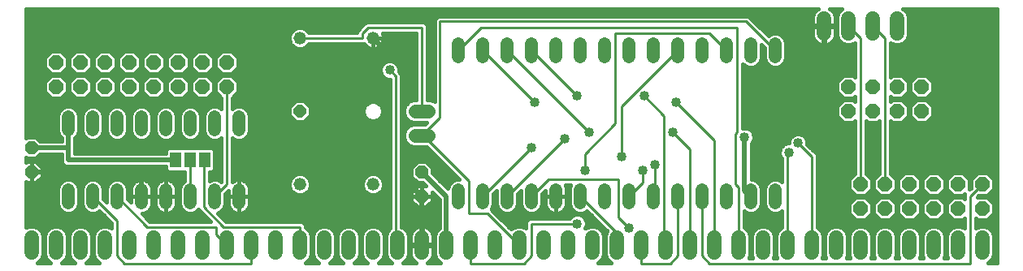
<source format=gbl>
G75*
%MOIN*%
%OFA0B0*%
%FSLAX24Y24*%
%IPPOS*%
%LPD*%
%AMOC8*
5,1,8,0,0,1.08239X$1,22.5*
%
%ADD10C,0.0600*%
%ADD11OC8,0.0600*%
%ADD12C,0.0520*%
%ADD13OC8,0.0520*%
%ADD14OC8,0.0515*%
%ADD15C,0.0520*%
%ADD16C,0.0560*%
%ADD17R,0.0460X0.0630*%
%ADD18C,0.0200*%
%ADD19C,0.0160*%
%ADD20C,0.0100*%
%ADD21C,0.0400*%
D10*
X000680Y000880D02*
X000680Y001480D01*
X001680Y001480D02*
X001680Y000880D01*
X002680Y000880D02*
X002680Y001480D01*
X003680Y001480D02*
X003680Y000880D01*
X004680Y000880D02*
X004680Y001480D01*
X005680Y001480D02*
X005680Y000880D01*
X006680Y000880D02*
X006680Y001480D01*
X007680Y001480D02*
X007680Y000880D01*
X008680Y000880D02*
X008680Y001480D01*
X009680Y001480D02*
X009680Y000880D01*
X010680Y000880D02*
X010680Y001480D01*
X011680Y001480D02*
X011680Y000880D01*
X012680Y000880D02*
X012680Y001480D01*
X013680Y001480D02*
X013680Y000880D01*
X014680Y000880D02*
X014680Y001480D01*
X015680Y001480D02*
X015680Y000880D01*
X016680Y000880D02*
X016680Y001480D01*
X017680Y001480D02*
X017680Y000880D01*
X018680Y000880D02*
X018680Y001480D01*
X019680Y001480D02*
X019680Y000880D01*
X020680Y000880D02*
X020680Y001480D01*
X021680Y001480D02*
X021680Y000880D01*
X022680Y000880D02*
X022680Y001480D01*
X023680Y001480D02*
X023680Y000880D01*
X024680Y000880D02*
X024680Y001480D01*
X025680Y001480D02*
X025680Y000880D01*
X026680Y000880D02*
X026680Y001480D01*
X027680Y001480D02*
X027680Y000880D01*
X028680Y000880D02*
X028680Y001480D01*
X029680Y001480D02*
X029680Y000880D01*
X030680Y000880D02*
X030680Y001480D01*
X031680Y001480D02*
X031680Y000880D01*
X032680Y000880D02*
X032680Y001480D01*
X033680Y001480D02*
X033680Y000880D01*
X034680Y000880D02*
X034680Y001480D01*
X035680Y001480D02*
X035680Y000880D01*
X036680Y000880D02*
X036680Y001480D01*
X037680Y001480D02*
X037680Y000880D01*
X038680Y000880D02*
X038680Y001480D01*
X039680Y001480D02*
X039680Y000880D01*
X036180Y009880D02*
X036180Y010480D01*
X035180Y010480D02*
X035180Y009880D01*
X034180Y009880D02*
X034180Y010480D01*
X033180Y010480D02*
X033180Y009880D01*
D11*
X034180Y007680D03*
X035180Y007680D03*
X036180Y007680D03*
X037180Y007680D03*
X037180Y006680D03*
X036180Y006680D03*
X035180Y006680D03*
X034180Y006680D03*
X034680Y003680D03*
X035680Y003680D03*
X036680Y003680D03*
X037680Y003680D03*
X038680Y003680D03*
X039680Y003680D03*
X039680Y002680D03*
X038680Y002680D03*
X037680Y002680D03*
X036680Y002680D03*
X035680Y002680D03*
X034680Y002680D03*
X008680Y007680D03*
X007680Y007680D03*
X006680Y007680D03*
X005680Y007680D03*
X004680Y007680D03*
X003680Y007680D03*
X002680Y007680D03*
X001680Y007680D03*
X001680Y008680D03*
X002680Y008680D03*
X003680Y008680D03*
X004680Y008680D03*
X005680Y008680D03*
X006680Y008680D03*
X007680Y008680D03*
X008680Y008680D03*
D12*
X011680Y009680D03*
X014680Y009680D03*
X014680Y003680D03*
X011680Y003680D03*
D13*
X016680Y003180D03*
X016680Y004180D03*
X000680Y004180D03*
X000680Y005180D03*
D14*
X011680Y006680D03*
D15*
X009180Y006440D02*
X009180Y005920D01*
X008180Y005920D02*
X008180Y006440D01*
X007180Y006440D02*
X007180Y005920D01*
X006180Y005920D02*
X006180Y006440D01*
X005180Y006440D02*
X005180Y005920D01*
X004180Y005920D02*
X004180Y006440D01*
X003180Y006440D02*
X003180Y005920D01*
X002180Y005920D02*
X002180Y006440D01*
X002180Y003440D02*
X002180Y002920D01*
X003180Y002920D02*
X003180Y003440D01*
X004180Y003440D02*
X004180Y002920D01*
X005180Y002920D02*
X005180Y003440D01*
X006180Y003440D02*
X006180Y002920D01*
X007180Y002920D02*
X007180Y003440D01*
X008180Y003440D02*
X008180Y002920D01*
X009180Y002920D02*
X009180Y003440D01*
X018180Y003440D02*
X018180Y002920D01*
X019180Y002920D02*
X019180Y003440D01*
X020180Y003440D02*
X020180Y002920D01*
X021180Y002920D02*
X021180Y003440D01*
X022180Y003440D02*
X022180Y002920D01*
X023180Y002920D02*
X023180Y003440D01*
X024180Y003440D02*
X024180Y002920D01*
X025180Y002920D02*
X025180Y003440D01*
X026180Y003440D02*
X026180Y002920D01*
X027180Y002920D02*
X027180Y003440D01*
X028180Y003440D02*
X028180Y002920D01*
X029180Y002920D02*
X029180Y003440D01*
X030180Y003440D02*
X030180Y002920D01*
X031180Y002920D02*
X031180Y003440D01*
X031180Y008920D02*
X031180Y009440D01*
X030180Y009440D02*
X030180Y008920D01*
X029180Y008920D02*
X029180Y009440D01*
X028180Y009440D02*
X028180Y008920D01*
X027180Y008920D02*
X027180Y009440D01*
X026180Y009440D02*
X026180Y008920D01*
X025180Y008920D02*
X025180Y009440D01*
X024180Y009440D02*
X024180Y008920D01*
X023180Y008920D02*
X023180Y009440D01*
X022180Y009440D02*
X022180Y008920D01*
X021180Y008920D02*
X021180Y009440D01*
X020180Y009440D02*
X020180Y008920D01*
X019180Y008920D02*
X019180Y009440D01*
X018180Y009440D02*
X018180Y008920D01*
D16*
X016960Y006680D02*
X016400Y006680D01*
X016400Y005680D02*
X016960Y005680D01*
D17*
X007780Y004680D03*
X007180Y004680D03*
X006580Y004680D03*
D18*
X002180Y004680D01*
X002180Y005180D01*
X000680Y005180D01*
X002180Y005180D02*
X002180Y006180D01*
X000680Y004180D02*
X005180Y004180D01*
X005180Y003180D01*
X015868Y003993D02*
X016680Y003180D01*
X016680Y001180D01*
X017680Y001180D02*
X017680Y003180D01*
X016680Y004180D01*
X015868Y003993D02*
X015868Y008493D01*
X014680Y009680D01*
X029930Y005618D02*
X029930Y003430D01*
X030180Y003180D01*
D19*
X000952Y000473D02*
X000920Y000460D01*
X001440Y000460D01*
X001408Y000473D01*
X001273Y000608D01*
X001200Y000785D01*
X001200Y001575D01*
X001273Y001752D01*
X001408Y001887D01*
X001585Y001960D01*
X001775Y001960D01*
X001952Y001887D01*
X002087Y001752D01*
X002160Y001575D01*
X002160Y000785D01*
X002087Y000608D01*
X001952Y000473D01*
X001920Y000460D01*
X002440Y000460D01*
X002408Y000473D01*
X002273Y000608D01*
X002200Y000785D01*
X002200Y001575D01*
X002273Y001752D01*
X002408Y001887D01*
X002585Y001960D01*
X002775Y001960D01*
X002952Y001887D01*
X003087Y001752D01*
X003160Y001575D01*
X003160Y000785D01*
X003087Y000608D01*
X002952Y000473D01*
X002920Y000460D01*
X003440Y000460D01*
X003408Y000473D01*
X003273Y000608D01*
X003200Y000785D01*
X003200Y001575D01*
X003273Y001752D01*
X003408Y001887D01*
X003585Y001960D01*
X003775Y001960D01*
X003950Y001888D01*
X003950Y002085D01*
X003458Y002576D01*
X003429Y002547D01*
X003268Y002480D01*
X003092Y002480D01*
X002931Y002547D01*
X002807Y002671D01*
X002740Y002832D01*
X002740Y003528D01*
X002807Y003689D01*
X002931Y003813D01*
X003092Y003880D01*
X003268Y003880D01*
X003429Y003813D01*
X003553Y003689D01*
X003620Y003528D01*
X003620Y003065D01*
X003740Y002945D01*
X003740Y003528D01*
X003807Y003689D01*
X003931Y003813D01*
X004092Y003880D01*
X004268Y003880D01*
X004429Y003813D01*
X004553Y003689D01*
X004620Y003528D01*
X004620Y003065D01*
X004740Y002945D01*
X004740Y003180D01*
X005180Y003180D01*
X005180Y003180D01*
X005180Y003880D01*
X005215Y003880D01*
X005283Y003869D01*
X005349Y003848D01*
X005411Y003816D01*
X005467Y003776D01*
X005516Y003727D01*
X005556Y003671D01*
X005588Y003609D01*
X005609Y003543D01*
X005620Y003475D01*
X005620Y003180D01*
X005180Y003180D01*
X005180Y003180D01*
X005180Y003180D01*
X005180Y003880D01*
X005145Y003880D01*
X005077Y003869D01*
X005011Y003848D01*
X004949Y003816D01*
X004893Y003776D01*
X004844Y003727D01*
X004804Y003671D01*
X004772Y003609D01*
X004751Y003543D01*
X004740Y003475D01*
X004740Y003180D01*
X005180Y003180D01*
X005620Y003180D01*
X005620Y002885D01*
X005609Y002817D01*
X005588Y002751D01*
X005556Y002689D01*
X005516Y002633D01*
X005467Y002584D01*
X005411Y002544D01*
X005349Y002512D01*
X005283Y002491D01*
X005215Y002480D01*
X005205Y002480D01*
X005525Y002160D01*
X008000Y002160D01*
X007521Y002639D01*
X007429Y002547D01*
X007268Y002480D01*
X007092Y002480D01*
X006931Y002547D01*
X006807Y002671D01*
X006740Y002832D01*
X006740Y003528D01*
X006807Y003689D01*
X006931Y003813D01*
X006950Y003821D01*
X006950Y004185D01*
X006275Y004185D01*
X006170Y004290D01*
X006170Y004400D01*
X002124Y004400D01*
X002021Y004443D01*
X001943Y004521D01*
X001900Y004624D01*
X001900Y004900D01*
X001022Y004900D01*
X000862Y004740D01*
X000498Y004740D01*
X000460Y004778D01*
X000460Y004582D01*
X000498Y004620D01*
X000680Y004620D01*
X000680Y004180D01*
X000680Y004180D01*
X001120Y004180D01*
X001120Y004362D01*
X000862Y004620D01*
X000680Y004620D01*
X000680Y004180D01*
X000680Y004180D01*
X001120Y004180D01*
X001120Y003998D01*
X000862Y003740D01*
X000680Y003740D01*
X000680Y004180D01*
X000680Y004180D01*
X000680Y003740D01*
X000498Y003740D01*
X000460Y003778D01*
X000460Y001908D01*
X000585Y001960D01*
X000775Y001960D01*
X000952Y001887D01*
X001087Y001752D01*
X001160Y001575D01*
X001160Y000785D01*
X001087Y000608D01*
X000952Y000473D01*
X000976Y000497D02*
X001384Y000497D01*
X001253Y000656D02*
X001107Y000656D01*
X001160Y000814D02*
X001200Y000814D01*
X001200Y000973D02*
X001160Y000973D01*
X001160Y001131D02*
X001200Y001131D01*
X001200Y001290D02*
X001160Y001290D01*
X001160Y001448D02*
X001200Y001448D01*
X001213Y001607D02*
X001147Y001607D01*
X001074Y001765D02*
X001286Y001765D01*
X001496Y001924D02*
X000864Y001924D01*
X000496Y001924D02*
X000460Y001924D01*
X000460Y002082D02*
X003950Y002082D01*
X003794Y002241D02*
X000460Y002241D01*
X000460Y002399D02*
X003636Y002399D01*
X003477Y002558D02*
X003440Y002558D01*
X002920Y002558D02*
X002440Y002558D01*
X002429Y002547D02*
X002553Y002671D01*
X002620Y002832D01*
X002620Y003528D01*
X002553Y003689D01*
X002429Y003813D01*
X002268Y003880D01*
X002092Y003880D01*
X001931Y003813D01*
X001807Y003689D01*
X001740Y003528D01*
X001740Y002832D01*
X001807Y002671D01*
X001931Y002547D01*
X002092Y002480D01*
X002268Y002480D01*
X002429Y002547D01*
X002572Y002716D02*
X002788Y002716D01*
X002740Y002875D02*
X002620Y002875D01*
X002620Y003033D02*
X002740Y003033D01*
X002740Y003192D02*
X002620Y003192D01*
X002620Y003350D02*
X002740Y003350D01*
X002740Y003509D02*
X002620Y003509D01*
X002562Y003667D02*
X002798Y003667D01*
X002961Y003826D02*
X002399Y003826D01*
X001961Y003826D02*
X000948Y003826D01*
X000680Y003826D02*
X000680Y003826D01*
X000460Y003667D02*
X001798Y003667D01*
X001740Y003509D02*
X000460Y003509D01*
X000460Y003350D02*
X001740Y003350D01*
X001740Y003192D02*
X000460Y003192D01*
X000460Y003033D02*
X001740Y003033D01*
X001740Y002875D02*
X000460Y002875D01*
X000460Y002716D02*
X001788Y002716D01*
X001920Y002558D02*
X000460Y002558D01*
X001864Y001924D02*
X002496Y001924D01*
X002286Y001765D02*
X002074Y001765D01*
X002147Y001607D02*
X002213Y001607D01*
X002200Y001448D02*
X002160Y001448D01*
X002160Y001290D02*
X002200Y001290D01*
X002200Y001131D02*
X002160Y001131D01*
X002160Y000973D02*
X002200Y000973D01*
X002200Y000814D02*
X002160Y000814D01*
X002107Y000656D02*
X002253Y000656D01*
X002384Y000497D02*
X001976Y000497D01*
X002976Y000497D02*
X003384Y000497D01*
X003253Y000656D02*
X003107Y000656D01*
X003160Y000814D02*
X003200Y000814D01*
X003200Y000973D02*
X003160Y000973D01*
X003160Y001131D02*
X003200Y001131D01*
X003200Y001290D02*
X003160Y001290D01*
X003160Y001448D02*
X003200Y001448D01*
X003213Y001607D02*
X003147Y001607D01*
X003074Y001765D02*
X003286Y001765D01*
X003496Y001924D02*
X002864Y001924D01*
X003864Y001924D02*
X003950Y001924D01*
X005445Y002241D02*
X007919Y002241D01*
X008570Y002241D02*
X015388Y002241D01*
X015388Y002082D02*
X011853Y002082D01*
X011910Y002025D02*
X011775Y002160D01*
X008650Y002160D01*
X008312Y002498D01*
X008429Y002547D01*
X008553Y002671D01*
X008620Y002832D01*
X008620Y003295D01*
X008740Y003415D01*
X008740Y003180D01*
X009180Y003180D01*
X009180Y003180D01*
X009180Y003880D01*
X009215Y003880D01*
X009283Y003869D01*
X009349Y003848D01*
X009411Y003816D01*
X009467Y003776D01*
X009516Y003727D01*
X009556Y003671D01*
X009588Y003609D01*
X009609Y003543D01*
X009620Y003475D01*
X009620Y003180D01*
X009180Y003180D01*
X009180Y003180D01*
X009180Y003880D01*
X009145Y003880D01*
X009077Y003869D01*
X009011Y003848D01*
X008949Y003816D01*
X008910Y003788D01*
X008910Y005568D01*
X008931Y005547D01*
X009092Y005480D01*
X009268Y005480D01*
X009429Y005547D01*
X009553Y005671D01*
X009620Y005832D01*
X009620Y006528D01*
X009553Y006689D01*
X009429Y006813D01*
X009268Y006880D01*
X009092Y006880D01*
X008931Y006813D01*
X008910Y006792D01*
X008910Y007231D01*
X009160Y007481D01*
X009160Y007879D01*
X008879Y008160D01*
X008481Y008160D01*
X008200Y007879D01*
X008200Y007481D01*
X008450Y007231D01*
X008450Y006792D01*
X008429Y006813D01*
X008268Y006880D01*
X008092Y006880D01*
X007931Y006813D01*
X007807Y006689D01*
X007740Y006528D01*
X007740Y005832D01*
X007807Y005671D01*
X007931Y005547D01*
X008092Y005480D01*
X008268Y005480D01*
X008429Y005547D01*
X008450Y005568D01*
X008450Y003792D01*
X008429Y003813D01*
X008268Y003880D01*
X008092Y003880D01*
X007972Y003830D01*
X007972Y004185D01*
X008085Y004185D01*
X008190Y004290D01*
X008190Y005070D01*
X008085Y005175D01*
X006275Y005175D01*
X006170Y005070D01*
X006170Y004960D01*
X002460Y004960D01*
X002460Y005578D01*
X002553Y005671D01*
X002620Y005832D01*
X002620Y006528D01*
X002553Y006689D01*
X002429Y006813D01*
X002268Y006880D01*
X002092Y006880D01*
X001931Y006813D01*
X001807Y006689D01*
X001740Y006528D01*
X001740Y005832D01*
X001807Y005671D01*
X001900Y005578D01*
X001900Y005460D01*
X001022Y005460D01*
X000862Y005620D01*
X000498Y005620D01*
X000460Y005582D01*
X000460Y010896D01*
X032939Y010896D01*
X032928Y010891D01*
X032867Y010846D01*
X032814Y010793D01*
X032769Y010732D01*
X032735Y010664D01*
X032712Y010592D01*
X032700Y010518D01*
X032700Y010200D01*
X033160Y010200D01*
X033160Y010160D01*
X033200Y010160D01*
X033200Y010200D01*
X033660Y010200D01*
X033660Y010518D01*
X033648Y010592D01*
X033625Y010664D01*
X033591Y010732D01*
X033546Y010793D01*
X033493Y010846D01*
X033432Y010891D01*
X033421Y010896D01*
X033930Y010896D01*
X033908Y010887D01*
X033773Y010752D01*
X033700Y010575D01*
X033700Y009785D01*
X033773Y009608D01*
X033908Y009473D01*
X034085Y009400D01*
X034275Y009400D01*
X034450Y009472D01*
X034450Y008089D01*
X034379Y008160D01*
X033981Y008160D01*
X033700Y007879D01*
X033700Y007481D01*
X033981Y007200D01*
X034379Y007200D01*
X034450Y007271D01*
X034450Y007089D01*
X034379Y007160D01*
X033981Y007160D01*
X033700Y006879D01*
X033700Y006481D01*
X033981Y006200D01*
X034379Y006200D01*
X034450Y006271D01*
X034450Y004129D01*
X034200Y003879D01*
X034200Y003481D01*
X034481Y003200D01*
X034879Y003200D01*
X035160Y003481D01*
X035160Y003879D01*
X034910Y004129D01*
X034910Y006271D01*
X034981Y006200D01*
X035379Y006200D01*
X035450Y006271D01*
X035450Y004129D01*
X035200Y003879D01*
X035200Y003481D01*
X035481Y003200D01*
X035879Y003200D01*
X036160Y003481D01*
X036160Y003879D01*
X035910Y004129D01*
X035910Y006271D01*
X035981Y006200D01*
X036379Y006200D01*
X036660Y006481D01*
X036660Y006879D01*
X036379Y007160D01*
X035981Y007160D01*
X035910Y007089D01*
X035910Y007271D01*
X035981Y007200D01*
X036379Y007200D01*
X036660Y007481D01*
X036660Y007879D01*
X036379Y008160D01*
X035981Y008160D01*
X035910Y008089D01*
X035910Y009472D01*
X036085Y009400D01*
X036275Y009400D01*
X036452Y009473D01*
X036587Y009608D01*
X036660Y009785D01*
X036660Y010575D01*
X036587Y010752D01*
X036452Y010887D01*
X036430Y010896D01*
X040270Y010896D01*
X040270Y000460D01*
X039920Y000460D01*
X039952Y000473D01*
X040087Y000608D01*
X040160Y000785D01*
X040160Y001575D01*
X040087Y001752D01*
X039952Y001887D01*
X039775Y001960D01*
X039585Y001960D01*
X039410Y001888D01*
X039410Y002271D01*
X039481Y002200D01*
X039879Y002200D01*
X040160Y002481D01*
X040160Y002879D01*
X039879Y003160D01*
X039485Y003160D01*
X039525Y003200D01*
X039879Y003200D01*
X040160Y003481D01*
X040160Y003879D01*
X039879Y004160D01*
X039481Y004160D01*
X039200Y003879D01*
X039200Y003525D01*
X039160Y003485D01*
X039160Y003879D01*
X038879Y004160D01*
X038481Y004160D01*
X038200Y003879D01*
X038200Y003481D01*
X038481Y003200D01*
X038879Y003200D01*
X038950Y003271D01*
X038950Y003089D01*
X038879Y003160D01*
X038481Y003160D01*
X038200Y002879D01*
X038200Y002481D01*
X038481Y002200D01*
X038879Y002200D01*
X038950Y002271D01*
X038950Y001888D01*
X038775Y001960D01*
X038585Y001960D01*
X038408Y001887D01*
X038273Y001752D01*
X038200Y001575D01*
X038200Y000785D01*
X038252Y000660D01*
X038108Y000660D01*
X038160Y000785D01*
X038160Y001575D01*
X038087Y001752D01*
X037952Y001887D01*
X037775Y001960D01*
X037585Y001960D01*
X037408Y001887D01*
X037273Y001752D01*
X037200Y001575D01*
X037200Y000785D01*
X037252Y000660D01*
X037108Y000660D01*
X037160Y000785D01*
X037160Y001575D01*
X037087Y001752D01*
X036952Y001887D01*
X036775Y001960D01*
X036585Y001960D01*
X036408Y001887D01*
X036273Y001752D01*
X036200Y001575D01*
X036200Y000785D01*
X036252Y000660D01*
X036108Y000660D01*
X036160Y000785D01*
X036160Y001575D01*
X036087Y001752D01*
X035952Y001887D01*
X035775Y001960D01*
X035585Y001960D01*
X035408Y001887D01*
X035273Y001752D01*
X035200Y001575D01*
X035200Y000785D01*
X035252Y000660D01*
X035108Y000660D01*
X035160Y000785D01*
X035160Y001575D01*
X035087Y001752D01*
X034952Y001887D01*
X034775Y001960D01*
X034585Y001960D01*
X034408Y001887D01*
X034273Y001752D01*
X034200Y001575D01*
X034200Y000785D01*
X034252Y000660D01*
X034108Y000660D01*
X034160Y000785D01*
X034160Y001575D01*
X034087Y001752D01*
X033952Y001887D01*
X033775Y001960D01*
X033585Y001960D01*
X033408Y001887D01*
X033273Y001752D01*
X033200Y001575D01*
X033200Y000785D01*
X033252Y000660D01*
X033108Y000660D01*
X033160Y000785D01*
X033160Y001575D01*
X033087Y001752D01*
X032952Y001887D01*
X032910Y001904D01*
X032910Y004900D01*
X032775Y005035D01*
X032497Y005313D01*
X032497Y005443D01*
X032440Y005583D01*
X032333Y005690D01*
X032193Y005747D01*
X032042Y005747D01*
X031902Y005690D01*
X031795Y005583D01*
X031738Y005443D01*
X031738Y005372D01*
X031667Y005372D01*
X031527Y005315D01*
X031420Y005208D01*
X031363Y005068D01*
X031363Y004917D01*
X031420Y004777D01*
X031450Y004748D01*
X031450Y003792D01*
X031429Y003813D01*
X031268Y003880D01*
X031092Y003880D01*
X030931Y003813D01*
X030807Y003689D01*
X030740Y003528D01*
X030740Y002832D01*
X030807Y002671D01*
X030931Y002547D01*
X031092Y002480D01*
X031268Y002480D01*
X031429Y002547D01*
X031450Y002568D01*
X031450Y001904D01*
X031408Y001887D01*
X031273Y001752D01*
X031200Y001575D01*
X031200Y000785D01*
X031252Y000660D01*
X031108Y000660D01*
X031160Y000785D01*
X031160Y001575D01*
X031087Y001752D01*
X030952Y001887D01*
X030775Y001960D01*
X030585Y001960D01*
X030408Y001887D01*
X030273Y001752D01*
X030200Y001575D01*
X030200Y000785D01*
X030252Y000660D01*
X030108Y000660D01*
X030160Y000785D01*
X030160Y001575D01*
X030087Y001752D01*
X029952Y001887D01*
X029910Y001904D01*
X029910Y002568D01*
X029931Y002547D01*
X030092Y002480D01*
X030268Y002480D01*
X030429Y002547D01*
X030553Y002671D01*
X030620Y002832D01*
X030620Y003528D01*
X030553Y003689D01*
X030429Y003813D01*
X030268Y003880D01*
X030210Y003880D01*
X030210Y005360D01*
X030252Y005402D01*
X030310Y005542D01*
X030310Y005693D01*
X030252Y005833D01*
X030145Y005940D01*
X030006Y005997D01*
X029854Y005997D01*
X029847Y005995D01*
X029847Y008630D01*
X029931Y008547D01*
X030092Y008480D01*
X030268Y008480D01*
X030429Y008547D01*
X030553Y008671D01*
X030620Y008832D01*
X030620Y009415D01*
X030740Y009295D01*
X030740Y008832D01*
X030807Y008671D01*
X030931Y008547D01*
X031092Y008480D01*
X031268Y008480D01*
X031429Y008547D01*
X031553Y008671D01*
X031620Y008832D01*
X031620Y009528D01*
X031553Y009689D01*
X031429Y009813D01*
X031268Y009880D01*
X031092Y009880D01*
X030931Y009813D01*
X030902Y009784D01*
X030222Y010463D01*
X030088Y010597D01*
X017335Y010597D01*
X017200Y010463D01*
X017200Y007078D01*
X017051Y007140D01*
X016910Y007140D01*
X016910Y010213D01*
X016775Y010347D01*
X014397Y010347D01*
X014263Y010213D01*
X014013Y009963D01*
X014013Y009910D01*
X012061Y009910D01*
X012053Y009929D01*
X011929Y010053D01*
X011768Y010120D01*
X011592Y010120D01*
X011431Y010053D01*
X011307Y009929D01*
X011240Y009768D01*
X011240Y009592D01*
X011307Y009431D01*
X011431Y009307D01*
X011592Y009240D01*
X011768Y009240D01*
X011929Y009307D01*
X012053Y009431D01*
X012061Y009450D01*
X014303Y009450D01*
X014304Y009449D01*
X014344Y009393D01*
X014393Y009344D01*
X014449Y009304D01*
X014511Y009272D01*
X014577Y009251D01*
X014645Y009240D01*
X014680Y009240D01*
X014715Y009240D01*
X014783Y009251D01*
X014849Y009272D01*
X014911Y009304D01*
X014967Y009344D01*
X015016Y009393D01*
X015056Y009449D01*
X015088Y009511D01*
X015109Y009577D01*
X015120Y009645D01*
X015120Y009680D01*
X015120Y009715D01*
X015109Y009783D01*
X015088Y009849D01*
X015068Y009888D01*
X016450Y009888D01*
X016450Y007140D01*
X016308Y007140D01*
X016139Y007070D01*
X016010Y006941D01*
X015940Y006771D01*
X015940Y006588D01*
X016010Y006419D01*
X016139Y006290D01*
X016308Y006220D01*
X016895Y006220D01*
X016815Y006140D01*
X016308Y006140D01*
X016139Y006070D01*
X016010Y005941D01*
X015940Y005771D01*
X015940Y005588D01*
X016010Y005419D01*
X016139Y005290D01*
X016308Y005220D01*
X016877Y005220D01*
X018217Y003880D01*
X018092Y003880D01*
X017931Y003813D01*
X017807Y003689D01*
X017740Y003528D01*
X017740Y003516D01*
X017120Y004136D01*
X017120Y004362D01*
X016862Y004620D01*
X016498Y004620D01*
X016240Y004362D01*
X016240Y003998D01*
X016498Y003740D01*
X016724Y003740D01*
X016844Y003620D01*
X016680Y003620D01*
X016680Y003180D01*
X017120Y003180D01*
X017120Y003344D01*
X017400Y003064D01*
X017400Y001879D01*
X017273Y001752D01*
X017200Y001575D01*
X017200Y000785D01*
X017273Y000608D01*
X017408Y000473D01*
X017440Y000460D01*
X016913Y000460D01*
X016932Y000469D01*
X016993Y000514D01*
X017046Y000567D01*
X017091Y000628D01*
X017125Y000696D01*
X017148Y000768D01*
X017160Y000842D01*
X017160Y001160D01*
X016700Y001160D01*
X016700Y001200D01*
X016660Y001200D01*
X016660Y001960D01*
X016642Y001960D01*
X016568Y001948D01*
X016496Y001925D01*
X016428Y001891D01*
X016367Y001846D01*
X016314Y001793D01*
X016269Y001732D01*
X016235Y001664D01*
X016212Y001592D01*
X016200Y001518D01*
X016200Y001200D01*
X016660Y001200D01*
X016660Y001160D01*
X016200Y001160D01*
X016200Y000842D01*
X016212Y000768D01*
X016235Y000696D01*
X016269Y000628D01*
X016314Y000567D01*
X016367Y000514D01*
X016428Y000469D01*
X016447Y000460D01*
X015920Y000460D01*
X015952Y000473D01*
X016087Y000608D01*
X016160Y000785D01*
X016160Y001575D01*
X016087Y001752D01*
X015952Y001887D01*
X015847Y001930D01*
X015847Y008213D01*
X015747Y008313D01*
X015747Y008443D01*
X015690Y008583D01*
X015583Y008690D01*
X015443Y008747D01*
X015292Y008747D01*
X015152Y008690D01*
X015045Y008583D01*
X014988Y008443D01*
X014988Y008292D01*
X015045Y008152D01*
X015152Y008045D01*
X015292Y007988D01*
X015388Y007988D01*
X015388Y001866D01*
X015273Y001752D01*
X015200Y001575D01*
X015200Y000785D01*
X015273Y000608D01*
X015408Y000473D01*
X015440Y000460D01*
X014920Y000460D01*
X014952Y000473D01*
X015087Y000608D01*
X015160Y000785D01*
X015160Y001575D01*
X015087Y001752D01*
X014952Y001887D01*
X014775Y001960D01*
X014585Y001960D01*
X014408Y001887D01*
X014273Y001752D01*
X014200Y001575D01*
X014200Y000785D01*
X014273Y000608D01*
X014408Y000473D01*
X014440Y000460D01*
X013920Y000460D01*
X013952Y000473D01*
X014087Y000608D01*
X014160Y000785D01*
X014160Y001575D01*
X014087Y001752D01*
X013952Y001887D01*
X013775Y001960D01*
X013585Y001960D01*
X013408Y001887D01*
X013273Y001752D01*
X013200Y001575D01*
X013200Y000785D01*
X013273Y000608D01*
X013408Y000473D01*
X013440Y000460D01*
X012920Y000460D01*
X012952Y000473D01*
X013087Y000608D01*
X013160Y000785D01*
X013160Y001575D01*
X013087Y001752D01*
X012952Y001887D01*
X012775Y001960D01*
X012585Y001960D01*
X012408Y001887D01*
X012273Y001752D01*
X012200Y001575D01*
X012200Y000785D01*
X012273Y000608D01*
X012408Y000473D01*
X012440Y000460D01*
X011920Y000460D01*
X011952Y000473D01*
X012087Y000608D01*
X012160Y000785D01*
X012160Y001575D01*
X012087Y001752D01*
X011952Y001887D01*
X011910Y001904D01*
X011910Y002025D01*
X011910Y001924D02*
X012496Y001924D01*
X012286Y001765D02*
X012074Y001765D01*
X012147Y001607D02*
X012213Y001607D01*
X012200Y001448D02*
X012160Y001448D01*
X012160Y001290D02*
X012200Y001290D01*
X012200Y001131D02*
X012160Y001131D01*
X012160Y000973D02*
X012200Y000973D01*
X012200Y000814D02*
X012160Y000814D01*
X012107Y000656D02*
X012253Y000656D01*
X012384Y000497D02*
X011976Y000497D01*
X012976Y000497D02*
X013384Y000497D01*
X013253Y000656D02*
X013107Y000656D01*
X013160Y000814D02*
X013200Y000814D01*
X013200Y000973D02*
X013160Y000973D01*
X013160Y001131D02*
X013200Y001131D01*
X013200Y001290D02*
X013160Y001290D01*
X013160Y001448D02*
X013200Y001448D01*
X013213Y001607D02*
X013147Y001607D01*
X013074Y001765D02*
X013286Y001765D01*
X013496Y001924D02*
X012864Y001924D01*
X013864Y001924D02*
X014496Y001924D01*
X014286Y001765D02*
X014074Y001765D01*
X014147Y001607D02*
X014213Y001607D01*
X014200Y001448D02*
X014160Y001448D01*
X014160Y001290D02*
X014200Y001290D01*
X014200Y001131D02*
X014160Y001131D01*
X014160Y000973D02*
X014200Y000973D01*
X014200Y000814D02*
X014160Y000814D01*
X014107Y000656D02*
X014253Y000656D01*
X014384Y000497D02*
X013976Y000497D01*
X014976Y000497D02*
X015384Y000497D01*
X015253Y000656D02*
X015107Y000656D01*
X015160Y000814D02*
X015200Y000814D01*
X015200Y000973D02*
X015160Y000973D01*
X015160Y001131D02*
X015200Y001131D01*
X015200Y001290D02*
X015160Y001290D01*
X015160Y001448D02*
X015200Y001448D01*
X015213Y001607D02*
X015147Y001607D01*
X015074Y001765D02*
X015286Y001765D01*
X015388Y001924D02*
X014864Y001924D01*
X015847Y002082D02*
X017400Y002082D01*
X017400Y002241D02*
X015847Y002241D01*
X015847Y002399D02*
X017400Y002399D01*
X017400Y002558D02*
X015847Y002558D01*
X015847Y002716D02*
X017400Y002716D01*
X017120Y002998D02*
X016862Y002740D01*
X016680Y002740D01*
X016680Y003180D01*
X016680Y003180D01*
X016680Y003180D01*
X017120Y003180D01*
X017120Y002998D01*
X017120Y003033D02*
X017400Y003033D01*
X017400Y002875D02*
X016997Y002875D01*
X016680Y002875D02*
X016680Y002875D01*
X016680Y002740D02*
X016680Y003180D01*
X016680Y003180D01*
X016680Y003180D01*
X016240Y003180D01*
X016240Y003362D01*
X016498Y003620D01*
X016680Y003620D01*
X016680Y003180D01*
X016240Y003180D01*
X016240Y002998D01*
X016498Y002740D01*
X016680Y002740D01*
X016363Y002875D02*
X015847Y002875D01*
X015847Y003033D02*
X016240Y003033D01*
X016680Y003033D02*
X016680Y003033D01*
X016680Y003192D02*
X016680Y003192D01*
X016680Y003350D02*
X016680Y003350D01*
X016680Y003509D02*
X016680Y003509D01*
X016386Y003509D02*
X015847Y003509D01*
X015847Y003350D02*
X016240Y003350D01*
X016240Y003192D02*
X015847Y003192D01*
X015388Y003192D02*
X009620Y003192D01*
X009620Y003180D02*
X009180Y003180D01*
X009180Y002480D01*
X009215Y002480D01*
X009283Y002491D01*
X009349Y002512D01*
X009411Y002544D01*
X009467Y002584D01*
X009516Y002633D01*
X009556Y002689D01*
X009588Y002751D01*
X009609Y002817D01*
X009620Y002885D01*
X009620Y003180D01*
X009620Y003033D02*
X015388Y003033D01*
X015388Y002875D02*
X009618Y002875D01*
X009180Y002875D02*
X009180Y002875D01*
X009180Y003033D02*
X009180Y003033D01*
X009180Y003180D02*
X009180Y003180D01*
X009180Y003180D01*
X009180Y002480D01*
X009145Y002480D01*
X009077Y002491D01*
X009011Y002512D01*
X008949Y002544D01*
X008893Y002584D01*
X008844Y002633D01*
X008804Y002689D01*
X008772Y002751D01*
X008751Y002817D01*
X008740Y002885D01*
X008740Y003180D01*
X009180Y003180D01*
X009180Y003192D02*
X009180Y003192D01*
X009180Y003350D02*
X009180Y003350D01*
X009180Y003509D02*
X009180Y003509D01*
X009615Y003509D02*
X011275Y003509D01*
X011307Y003431D02*
X011431Y003307D01*
X011592Y003240D01*
X011768Y003240D01*
X011929Y003307D01*
X012053Y003431D01*
X012120Y003592D01*
X012120Y003768D01*
X012053Y003929D01*
X011929Y004053D01*
X011768Y004120D01*
X011592Y004120D01*
X011431Y004053D01*
X011307Y003929D01*
X011240Y003768D01*
X011240Y003592D01*
X011307Y003431D01*
X011388Y003350D02*
X009620Y003350D01*
X008740Y003350D02*
X008675Y003350D01*
X008620Y003192D02*
X008740Y003192D01*
X008740Y003033D02*
X008620Y003033D01*
X008620Y002875D02*
X008742Y002875D01*
X008790Y002716D02*
X008572Y002716D01*
X008440Y002558D02*
X008930Y002558D01*
X009180Y002558D02*
X009180Y002558D01*
X009180Y002716D02*
X009180Y002716D01*
X009430Y002558D02*
X015388Y002558D01*
X015388Y002716D02*
X009570Y002716D01*
X008411Y002399D02*
X015388Y002399D01*
X016700Y001960D02*
X016700Y001200D01*
X017160Y001200D01*
X017160Y001518D01*
X017148Y001592D01*
X017125Y001664D01*
X017091Y001732D01*
X017046Y001793D01*
X016993Y001846D01*
X016932Y001891D01*
X016864Y001925D01*
X016792Y001948D01*
X016718Y001960D01*
X016700Y001960D01*
X016700Y001924D02*
X016660Y001924D01*
X016660Y001765D02*
X016700Y001765D01*
X016700Y001607D02*
X016660Y001607D01*
X016294Y001765D02*
X016074Y001765D01*
X016147Y001607D02*
X016216Y001607D01*
X016200Y001448D02*
X016160Y001448D01*
X016160Y001290D02*
X016200Y001290D01*
X016660Y001290D02*
X016700Y001290D01*
X016700Y001448D02*
X016660Y001448D01*
X017160Y001448D02*
X017200Y001448D01*
X017200Y001290D02*
X017160Y001290D01*
X017160Y001131D02*
X017200Y001131D01*
X017200Y000973D02*
X017160Y000973D01*
X017156Y000814D02*
X017200Y000814D01*
X017253Y000656D02*
X017104Y000656D01*
X016969Y000497D02*
X017384Y000497D01*
X016391Y000497D02*
X015976Y000497D01*
X016107Y000656D02*
X016256Y000656D01*
X016204Y000814D02*
X016160Y000814D01*
X016160Y000973D02*
X016200Y000973D01*
X016200Y001131D02*
X016160Y001131D01*
X017144Y001607D02*
X017213Y001607D01*
X017286Y001765D02*
X017066Y001765D01*
X016867Y001924D02*
X017400Y001924D01*
X016493Y001924D02*
X015864Y001924D01*
X019534Y002652D02*
X019597Y002588D01*
X020353Y001832D01*
X020408Y001887D01*
X020585Y001960D01*
X020775Y001960D01*
X020950Y001888D01*
X020950Y002150D01*
X021085Y002285D01*
X022748Y002285D01*
X022840Y002377D01*
X022979Y002435D01*
X023131Y002435D01*
X023270Y002377D01*
X023377Y002270D01*
X023435Y002131D01*
X023435Y001979D01*
X023389Y001867D01*
X023408Y001887D01*
X023585Y001960D01*
X023775Y001960D01*
X023952Y001887D01*
X024087Y001752D01*
X024160Y001575D01*
X024160Y000785D01*
X024087Y000608D01*
X023952Y000473D01*
X023920Y000460D01*
X024440Y000460D01*
X024408Y000473D01*
X024273Y000608D01*
X024200Y000785D01*
X024200Y001575D01*
X024273Y001752D01*
X024278Y001757D01*
X023458Y002576D01*
X023429Y002547D01*
X023268Y002480D01*
X023092Y002480D01*
X022931Y002547D01*
X022807Y002671D01*
X022740Y002832D01*
X022740Y003528D01*
X022786Y003638D01*
X022573Y003638D01*
X022588Y003609D01*
X022609Y003543D01*
X022620Y003475D01*
X022620Y003180D01*
X022180Y003180D01*
X022180Y003180D01*
X022620Y003180D01*
X022620Y002885D01*
X022609Y002817D01*
X022588Y002751D01*
X022556Y002689D01*
X022516Y002633D01*
X022467Y002584D01*
X022411Y002544D01*
X022349Y002512D01*
X022283Y002491D01*
X022215Y002480D01*
X022180Y002480D01*
X022180Y003180D01*
X022180Y003180D01*
X022180Y003180D01*
X021740Y003180D01*
X021740Y003415D01*
X021620Y003295D01*
X021620Y002832D01*
X021553Y002671D01*
X021429Y002547D01*
X021268Y002480D01*
X021092Y002480D01*
X020931Y002547D01*
X020807Y002671D01*
X020740Y002832D01*
X020740Y003415D01*
X020620Y003295D01*
X020620Y002832D01*
X020553Y002671D01*
X020429Y002547D01*
X020268Y002480D01*
X020092Y002480D01*
X019931Y002547D01*
X019807Y002671D01*
X019740Y002832D01*
X019740Y003415D01*
X019620Y003295D01*
X019620Y002832D01*
X019553Y002671D01*
X019534Y002652D01*
X019572Y002716D02*
X019788Y002716D01*
X019920Y002558D02*
X019628Y002558D01*
X019786Y002399D02*
X022893Y002399D01*
X022920Y002558D02*
X022430Y002558D01*
X022570Y002716D02*
X022788Y002716D01*
X022180Y002716D02*
X022180Y002716D01*
X022180Y002558D02*
X022180Y002558D01*
X022180Y002480D02*
X022180Y003180D01*
X021740Y003180D01*
X021740Y002885D01*
X021751Y002817D01*
X021772Y002751D01*
X021804Y002689D01*
X021844Y002633D01*
X021893Y002584D01*
X021949Y002544D01*
X022011Y002512D01*
X022077Y002491D01*
X022145Y002480D01*
X022180Y002480D01*
X021930Y002558D02*
X021440Y002558D01*
X021572Y002716D02*
X021790Y002716D01*
X021742Y002875D02*
X021620Y002875D01*
X021620Y003033D02*
X021740Y003033D01*
X022180Y003033D02*
X022180Y003033D01*
X022180Y002875D02*
X022180Y002875D01*
X022618Y002875D02*
X022740Y002875D01*
X022740Y003033D02*
X022620Y003033D01*
X022620Y003192D02*
X022740Y003192D01*
X022740Y003350D02*
X022620Y003350D01*
X022615Y003509D02*
X022740Y003509D01*
X021740Y003350D02*
X021675Y003350D01*
X021620Y003192D02*
X021740Y003192D01*
X020740Y003192D02*
X020620Y003192D01*
X020675Y003350D02*
X020740Y003350D01*
X019740Y003350D02*
X019675Y003350D01*
X019620Y003192D02*
X019740Y003192D01*
X019740Y003033D02*
X019620Y003033D01*
X019620Y002875D02*
X019740Y002875D01*
X020572Y002716D02*
X020788Y002716D01*
X020920Y002558D02*
X020440Y002558D01*
X020620Y002875D02*
X020740Y002875D01*
X020740Y003033D02*
X020620Y003033D01*
X023217Y002399D02*
X023636Y002399D01*
X023477Y002558D02*
X023440Y002558D01*
X023389Y002241D02*
X023794Y002241D01*
X023953Y002082D02*
X023435Y002082D01*
X023412Y001924D02*
X023496Y001924D01*
X023864Y001924D02*
X024111Y001924D01*
X024074Y001765D02*
X024270Y001765D01*
X024213Y001607D02*
X024147Y001607D01*
X024160Y001448D02*
X024200Y001448D01*
X024200Y001290D02*
X024160Y001290D01*
X024160Y001131D02*
X024200Y001131D01*
X024200Y000973D02*
X024160Y000973D01*
X024160Y000814D02*
X024200Y000814D01*
X024253Y000656D02*
X024107Y000656D01*
X023976Y000497D02*
X024384Y000497D01*
X020950Y001924D02*
X020864Y001924D01*
X020496Y001924D02*
X020262Y001924D01*
X020103Y002082D02*
X020950Y002082D01*
X021040Y002241D02*
X019945Y002241D01*
X017273Y003192D02*
X017120Y003192D01*
X016797Y003667D02*
X015847Y003667D01*
X015847Y003826D02*
X016412Y003826D01*
X016254Y003984D02*
X015847Y003984D01*
X015847Y004143D02*
X016240Y004143D01*
X016240Y004301D02*
X015847Y004301D01*
X015388Y004301D02*
X008910Y004301D01*
X008910Y004143D02*
X015388Y004143D01*
X015388Y003984D02*
X014998Y003984D01*
X015053Y003929D02*
X014929Y004053D01*
X014768Y004120D01*
X014592Y004120D01*
X014431Y004053D01*
X014307Y003929D01*
X014240Y003768D01*
X014240Y003592D01*
X014307Y003431D01*
X014431Y003307D01*
X014592Y003240D01*
X014768Y003240D01*
X014929Y003307D01*
X015053Y003431D01*
X015120Y003592D01*
X015120Y003768D01*
X015053Y003929D01*
X015096Y003826D02*
X015388Y003826D01*
X015388Y003667D02*
X015120Y003667D01*
X015085Y003509D02*
X015388Y003509D01*
X015388Y003350D02*
X014972Y003350D01*
X014388Y003350D02*
X011972Y003350D01*
X012085Y003509D02*
X014275Y003509D01*
X014240Y003667D02*
X012120Y003667D01*
X012096Y003826D02*
X014264Y003826D01*
X014362Y003984D02*
X011998Y003984D01*
X011362Y003984D02*
X008910Y003984D01*
X008450Y003984D02*
X007972Y003984D01*
X007972Y004143D02*
X008450Y004143D01*
X008450Y004301D02*
X008190Y004301D01*
X008190Y004460D02*
X008450Y004460D01*
X008450Y004618D02*
X008190Y004618D01*
X008910Y004618D02*
X015388Y004618D01*
X015388Y004460D02*
X008910Y004460D01*
X008910Y004777D02*
X015388Y004777D01*
X015388Y004935D02*
X008910Y004935D01*
X008910Y005094D02*
X015388Y005094D01*
X015847Y005094D02*
X017004Y005094D01*
X017162Y004935D02*
X015847Y004935D01*
X015847Y004777D02*
X017321Y004777D01*
X017479Y004618D02*
X016864Y004618D01*
X017023Y004460D02*
X017638Y004460D01*
X017796Y004301D02*
X017120Y004301D01*
X017120Y004143D02*
X017955Y004143D01*
X018113Y003984D02*
X017272Y003984D01*
X017430Y003826D02*
X017961Y003826D01*
X017798Y003667D02*
X017589Y003667D01*
X016337Y004460D02*
X015847Y004460D01*
X015847Y004618D02*
X016496Y004618D01*
X016231Y005252D02*
X015847Y005252D01*
X015847Y005411D02*
X016019Y005411D01*
X015948Y005569D02*
X015847Y005569D01*
X015847Y005728D02*
X015940Y005728D01*
X015987Y005886D02*
X015847Y005886D01*
X015388Y005886D02*
X009620Y005886D01*
X009577Y005728D02*
X015388Y005728D01*
X015388Y005569D02*
X009451Y005569D01*
X008910Y005411D02*
X015388Y005411D01*
X015388Y005252D02*
X008910Y005252D01*
X008450Y005252D02*
X002460Y005252D01*
X002460Y005411D02*
X008450Y005411D01*
X007909Y005569D02*
X007451Y005569D01*
X007429Y005547D02*
X007553Y005671D01*
X007620Y005832D01*
X007620Y006528D01*
X007553Y006689D01*
X007429Y006813D01*
X007268Y006880D01*
X007092Y006880D01*
X006931Y006813D01*
X006807Y006689D01*
X006740Y006528D01*
X006740Y005832D01*
X006807Y005671D01*
X006931Y005547D01*
X007092Y005480D01*
X007268Y005480D01*
X007429Y005547D01*
X007577Y005728D02*
X007783Y005728D01*
X007740Y005886D02*
X007620Y005886D01*
X007620Y006045D02*
X007740Y006045D01*
X007740Y006203D02*
X007620Y006203D01*
X007620Y006362D02*
X007740Y006362D01*
X007740Y006520D02*
X007620Y006520D01*
X007557Y006679D02*
X007803Y006679D01*
X007989Y006837D02*
X007371Y006837D01*
X006989Y006837D02*
X006371Y006837D01*
X006429Y006813D02*
X006268Y006880D01*
X006092Y006880D01*
X005931Y006813D01*
X005807Y006689D01*
X005740Y006528D01*
X005740Y005832D01*
X005807Y005671D01*
X005931Y005547D01*
X006092Y005480D01*
X006268Y005480D01*
X006429Y005547D01*
X006553Y005671D01*
X006620Y005832D01*
X006620Y006528D01*
X006553Y006689D01*
X006429Y006813D01*
X006557Y006679D02*
X006803Y006679D01*
X006740Y006520D02*
X006620Y006520D01*
X006620Y006362D02*
X006740Y006362D01*
X006740Y006203D02*
X006620Y006203D01*
X006620Y006045D02*
X006740Y006045D01*
X006740Y005886D02*
X006620Y005886D01*
X006577Y005728D02*
X006783Y005728D01*
X006909Y005569D02*
X006451Y005569D01*
X005909Y005569D02*
X005451Y005569D01*
X005429Y005547D02*
X005553Y005671D01*
X005620Y005832D01*
X005620Y006528D01*
X005553Y006689D01*
X005429Y006813D01*
X005268Y006880D01*
X005092Y006880D01*
X004931Y006813D01*
X004807Y006689D01*
X004740Y006528D01*
X004740Y005832D01*
X004807Y005671D01*
X004931Y005547D01*
X005092Y005480D01*
X005268Y005480D01*
X005429Y005547D01*
X004909Y005569D02*
X004451Y005569D01*
X004429Y005547D02*
X004553Y005671D01*
X004620Y005832D01*
X004620Y006528D01*
X004553Y006689D01*
X004429Y006813D01*
X004268Y006880D01*
X004092Y006880D01*
X003931Y006813D01*
X003807Y006689D01*
X003740Y006528D01*
X003740Y005832D01*
X003807Y005671D01*
X003931Y005547D01*
X004092Y005480D01*
X004268Y005480D01*
X004429Y005547D01*
X003909Y005569D02*
X003451Y005569D01*
X003429Y005547D02*
X003553Y005671D01*
X003620Y005832D01*
X003620Y006528D01*
X003553Y006689D01*
X003429Y006813D01*
X003268Y006880D01*
X003092Y006880D01*
X002931Y006813D01*
X002807Y006689D01*
X002740Y006528D01*
X002740Y005832D01*
X002807Y005671D01*
X002931Y005547D01*
X003092Y005480D01*
X003268Y005480D01*
X003429Y005547D01*
X002909Y005569D02*
X002460Y005569D01*
X002577Y005728D02*
X002783Y005728D01*
X002740Y005886D02*
X002620Y005886D01*
X002620Y006045D02*
X002740Y006045D01*
X002740Y006203D02*
X002620Y006203D01*
X002620Y006362D02*
X002740Y006362D01*
X002740Y006520D02*
X002620Y006520D01*
X002557Y006679D02*
X002803Y006679D01*
X002989Y006837D02*
X002371Y006837D01*
X001989Y006837D02*
X000460Y006837D01*
X000460Y006996D02*
X008450Y006996D01*
X008450Y007154D02*
X000460Y007154D01*
X000460Y007313D02*
X001369Y007313D01*
X001481Y007200D02*
X001200Y007481D01*
X001200Y007879D01*
X001481Y008160D01*
X001879Y008160D01*
X002160Y007879D01*
X002160Y007481D01*
X001879Y007200D01*
X001481Y007200D01*
X001991Y007313D02*
X002369Y007313D01*
X002481Y007200D02*
X002200Y007481D01*
X002200Y007879D01*
X002481Y008160D01*
X002879Y008160D01*
X003160Y007879D01*
X003160Y007481D01*
X002879Y007200D01*
X002481Y007200D01*
X002991Y007313D02*
X003369Y007313D01*
X003481Y007200D02*
X003200Y007481D01*
X003200Y007879D01*
X003481Y008160D01*
X003879Y008160D01*
X004160Y007879D01*
X004160Y007481D01*
X003879Y007200D01*
X003481Y007200D01*
X003991Y007313D02*
X004369Y007313D01*
X004481Y007200D02*
X004879Y007200D01*
X005160Y007481D01*
X005160Y007879D01*
X004879Y008160D01*
X004481Y008160D01*
X004200Y007879D01*
X004200Y007481D01*
X004481Y007200D01*
X004210Y007471D02*
X004150Y007471D01*
X004160Y007630D02*
X004200Y007630D01*
X004200Y007788D02*
X004160Y007788D01*
X004092Y007947D02*
X004268Y007947D01*
X004426Y008105D02*
X003934Y008105D01*
X003879Y008200D02*
X003481Y008200D01*
X003200Y008481D01*
X003200Y008879D01*
X003481Y009160D01*
X003879Y009160D01*
X004160Y008879D01*
X004160Y008481D01*
X003879Y008200D01*
X003942Y008264D02*
X004418Y008264D01*
X004481Y008200D02*
X004879Y008200D01*
X005160Y008481D01*
X005160Y008879D01*
X004879Y009160D01*
X004481Y009160D01*
X004200Y008879D01*
X004200Y008481D01*
X004481Y008200D01*
X004259Y008422D02*
X004101Y008422D01*
X004160Y008581D02*
X004200Y008581D01*
X004200Y008739D02*
X004160Y008739D01*
X004141Y008898D02*
X004219Y008898D01*
X004377Y009056D02*
X003983Y009056D01*
X003377Y009056D02*
X002983Y009056D01*
X002879Y009160D02*
X002481Y009160D01*
X002200Y008879D01*
X002200Y008481D01*
X002481Y008200D01*
X002879Y008200D01*
X003160Y008481D01*
X003160Y008879D01*
X002879Y009160D01*
X003141Y008898D02*
X003219Y008898D01*
X003200Y008739D02*
X003160Y008739D01*
X003160Y008581D02*
X003200Y008581D01*
X003259Y008422D02*
X003101Y008422D01*
X002942Y008264D02*
X003418Y008264D01*
X003426Y008105D02*
X002934Y008105D01*
X003092Y007947D02*
X003268Y007947D01*
X003200Y007788D02*
X003160Y007788D01*
X003160Y007630D02*
X003200Y007630D01*
X003210Y007471D02*
X003150Y007471D01*
X002210Y007471D02*
X002150Y007471D01*
X002160Y007630D02*
X002200Y007630D01*
X002200Y007788D02*
X002160Y007788D01*
X002092Y007947D02*
X002268Y007947D01*
X002426Y008105D02*
X001934Y008105D01*
X001879Y008200D02*
X001481Y008200D01*
X001200Y008481D01*
X001200Y008879D01*
X001481Y009160D01*
X001879Y009160D01*
X002160Y008879D01*
X002160Y008481D01*
X001879Y008200D01*
X001942Y008264D02*
X002418Y008264D01*
X002259Y008422D02*
X002101Y008422D01*
X002160Y008581D02*
X002200Y008581D01*
X002200Y008739D02*
X002160Y008739D01*
X002141Y008898D02*
X002219Y008898D01*
X002377Y009056D02*
X001983Y009056D01*
X001377Y009056D02*
X000460Y009056D01*
X000460Y008898D02*
X001219Y008898D01*
X001200Y008739D02*
X000460Y008739D01*
X000460Y008581D02*
X001200Y008581D01*
X001259Y008422D02*
X000460Y008422D01*
X000460Y008264D02*
X001418Y008264D01*
X001426Y008105D02*
X000460Y008105D01*
X000460Y007947D02*
X001268Y007947D01*
X001200Y007788D02*
X000460Y007788D01*
X000460Y007630D02*
X001200Y007630D01*
X001210Y007471D02*
X000460Y007471D01*
X000460Y006679D02*
X001803Y006679D01*
X001740Y006520D02*
X000460Y006520D01*
X000460Y006362D02*
X001740Y006362D01*
X001740Y006203D02*
X000460Y006203D01*
X000460Y006045D02*
X001740Y006045D01*
X001740Y005886D02*
X000460Y005886D01*
X000460Y005728D02*
X001783Y005728D01*
X001900Y005569D02*
X000913Y005569D01*
X002460Y005094D02*
X006194Y005094D01*
X008166Y005094D02*
X008450Y005094D01*
X008450Y004935D02*
X008190Y004935D01*
X008190Y004777D02*
X008450Y004777D01*
X006170Y004301D02*
X001120Y004301D01*
X001120Y004143D02*
X006950Y004143D01*
X006950Y003984D02*
X001106Y003984D01*
X000680Y003984D02*
X000680Y003984D01*
X000680Y004143D02*
X000680Y004143D01*
X000680Y004301D02*
X000680Y004301D01*
X000680Y004460D02*
X000680Y004460D01*
X000680Y004618D02*
X000680Y004618D01*
X000496Y004618D02*
X000460Y004618D01*
X000864Y004618D02*
X001903Y004618D01*
X002005Y004460D02*
X001023Y004460D01*
X000899Y004777D02*
X001900Y004777D01*
X000461Y004777D02*
X000460Y004777D01*
X003577Y005728D02*
X003783Y005728D01*
X003740Y005886D02*
X003620Y005886D01*
X003620Y006045D02*
X003740Y006045D01*
X003740Y006203D02*
X003620Y006203D01*
X003620Y006362D02*
X003740Y006362D01*
X003740Y006520D02*
X003620Y006520D01*
X003557Y006679D02*
X003803Y006679D01*
X003989Y006837D02*
X003371Y006837D01*
X004371Y006837D02*
X004989Y006837D01*
X005371Y006837D02*
X005989Y006837D01*
X005803Y006679D02*
X005557Y006679D01*
X005620Y006520D02*
X005740Y006520D01*
X005740Y006362D02*
X005620Y006362D01*
X005620Y006203D02*
X005740Y006203D01*
X005740Y006045D02*
X005620Y006045D01*
X005620Y005886D02*
X005740Y005886D01*
X005783Y005728D02*
X005577Y005728D01*
X004783Y005728D02*
X004577Y005728D01*
X004620Y005886D02*
X004740Y005886D01*
X004740Y006045D02*
X004620Y006045D01*
X004620Y006203D02*
X004740Y006203D01*
X004740Y006362D02*
X004620Y006362D01*
X004620Y006520D02*
X004740Y006520D01*
X004803Y006679D02*
X004557Y006679D01*
X005200Y007481D02*
X005481Y007200D01*
X005879Y007200D01*
X006160Y007481D01*
X006160Y007879D01*
X005879Y008160D01*
X005481Y008160D01*
X005200Y007879D01*
X005200Y007481D01*
X005210Y007471D02*
X005150Y007471D01*
X004991Y007313D02*
X005369Y007313D01*
X005991Y007313D02*
X006369Y007313D01*
X006481Y007200D02*
X006879Y007200D01*
X007160Y007481D01*
X007160Y007879D01*
X006879Y008160D01*
X006481Y008160D01*
X006200Y007879D01*
X006200Y007481D01*
X006481Y007200D01*
X006210Y007471D02*
X006150Y007471D01*
X006160Y007630D02*
X006200Y007630D01*
X006200Y007788D02*
X006160Y007788D01*
X006092Y007947D02*
X006268Y007947D01*
X006426Y008105D02*
X005934Y008105D01*
X005879Y008200D02*
X005481Y008200D01*
X005200Y008481D01*
X005200Y008879D01*
X005481Y009160D01*
X005879Y009160D01*
X006160Y008879D01*
X006160Y008481D01*
X005879Y008200D01*
X005942Y008264D02*
X006418Y008264D01*
X006481Y008200D02*
X006879Y008200D01*
X007160Y008481D01*
X007160Y008879D01*
X006879Y009160D01*
X006481Y009160D01*
X006200Y008879D01*
X006200Y008481D01*
X006481Y008200D01*
X006934Y008105D02*
X007426Y008105D01*
X007481Y008160D02*
X007200Y007879D01*
X007200Y007481D01*
X007481Y007200D01*
X007879Y007200D01*
X008160Y007481D01*
X008160Y007879D01*
X007879Y008160D01*
X007481Y008160D01*
X007481Y008200D02*
X007879Y008200D01*
X008160Y008481D01*
X008160Y008879D01*
X007879Y009160D01*
X007481Y009160D01*
X007200Y008879D01*
X007200Y008481D01*
X007481Y008200D01*
X007418Y008264D02*
X006942Y008264D01*
X007101Y008422D02*
X007259Y008422D01*
X007200Y008581D02*
X007160Y008581D01*
X007160Y008739D02*
X007200Y008739D01*
X007219Y008898D02*
X007141Y008898D01*
X006983Y009056D02*
X007377Y009056D01*
X007983Y009056D02*
X008377Y009056D01*
X008481Y009160D02*
X008200Y008879D01*
X008200Y008481D01*
X008481Y008200D01*
X008879Y008200D01*
X009160Y008481D01*
X009160Y008879D01*
X008879Y009160D01*
X008481Y009160D01*
X008983Y009056D02*
X016450Y009056D01*
X016450Y008898D02*
X009141Y008898D01*
X009160Y008739D02*
X015271Y008739D01*
X015464Y008739D02*
X016450Y008739D01*
X016450Y008581D02*
X015691Y008581D01*
X015747Y008422D02*
X016450Y008422D01*
X016910Y008422D02*
X017200Y008422D01*
X017200Y008581D02*
X016910Y008581D01*
X016910Y008739D02*
X017200Y008739D01*
X017200Y008898D02*
X016910Y008898D01*
X016910Y009056D02*
X017200Y009056D01*
X017200Y009215D02*
X016910Y009215D01*
X016910Y009373D02*
X017200Y009373D01*
X017200Y009532D02*
X016910Y009532D01*
X016450Y009532D02*
X015094Y009532D01*
X014995Y009373D02*
X016450Y009373D01*
X016450Y009215D02*
X000460Y009215D01*
X000460Y009373D02*
X011365Y009373D01*
X011265Y009532D02*
X000460Y009532D01*
X000460Y009690D02*
X011240Y009690D01*
X011274Y009849D02*
X000460Y009849D01*
X000460Y010007D02*
X011385Y010007D01*
X011975Y010007D02*
X014057Y010007D01*
X014215Y010166D02*
X000460Y010166D01*
X000460Y010324D02*
X014374Y010324D01*
X015088Y009849D02*
X016450Y009849D01*
X016450Y009690D02*
X015120Y009690D01*
X015120Y009680D02*
X014680Y009680D01*
X014680Y009680D01*
X015120Y009680D01*
X014680Y009680D02*
X014680Y009240D01*
X014680Y009680D01*
X014680Y009680D01*
X014680Y009532D02*
X014680Y009532D01*
X014680Y009373D02*
X014680Y009373D01*
X014365Y009373D02*
X011995Y009373D01*
X009160Y008581D02*
X015044Y008581D01*
X014988Y008422D02*
X009101Y008422D01*
X008942Y008264D02*
X014999Y008264D01*
X015093Y008105D02*
X008934Y008105D01*
X008426Y008105D02*
X007934Y008105D01*
X007942Y008264D02*
X008418Y008264D01*
X008259Y008422D02*
X008101Y008422D01*
X008160Y008581D02*
X008200Y008581D01*
X008200Y008739D02*
X008160Y008739D01*
X008141Y008898D02*
X008219Y008898D01*
X006377Y009056D02*
X005983Y009056D01*
X006141Y008898D02*
X006219Y008898D01*
X006200Y008739D02*
X006160Y008739D01*
X006160Y008581D02*
X006200Y008581D01*
X006259Y008422D02*
X006101Y008422D01*
X005418Y008264D02*
X004942Y008264D01*
X004934Y008105D02*
X005426Y008105D01*
X005268Y007947D02*
X005092Y007947D01*
X005160Y007788D02*
X005200Y007788D01*
X005200Y007630D02*
X005160Y007630D01*
X006991Y007313D02*
X007369Y007313D01*
X007210Y007471D02*
X007150Y007471D01*
X007160Y007630D02*
X007200Y007630D01*
X007200Y007788D02*
X007160Y007788D01*
X007092Y007947D02*
X007268Y007947D01*
X008092Y007947D02*
X008268Y007947D01*
X008200Y007788D02*
X008160Y007788D01*
X008160Y007630D02*
X008200Y007630D01*
X008210Y007471D02*
X008150Y007471D01*
X007991Y007313D02*
X008369Y007313D01*
X008910Y007154D02*
X015388Y007154D01*
X015388Y006996D02*
X014928Y006996D01*
X014906Y007018D02*
X014759Y007078D01*
X014601Y007078D01*
X014454Y007018D01*
X014342Y006906D01*
X014282Y006759D01*
X014282Y006601D01*
X014342Y006454D01*
X014454Y006342D01*
X014601Y006282D01*
X014759Y006282D01*
X014906Y006342D01*
X015018Y006454D01*
X015078Y006601D01*
X015078Y006759D01*
X015018Y006906D01*
X014906Y007018D01*
X015046Y006837D02*
X015388Y006837D01*
X015847Y006837D02*
X015967Y006837D01*
X016065Y006996D02*
X015847Y006996D01*
X015847Y007154D02*
X016450Y007154D01*
X016910Y007154D02*
X017200Y007154D01*
X017200Y007313D02*
X016910Y007313D01*
X016910Y007471D02*
X017200Y007471D01*
X017200Y007630D02*
X016910Y007630D01*
X016910Y007788D02*
X017200Y007788D01*
X017200Y007947D02*
X016910Y007947D01*
X016450Y007947D02*
X015847Y007947D01*
X015847Y007788D02*
X016450Y007788D01*
X016450Y007630D02*
X015847Y007630D01*
X015388Y007630D02*
X009160Y007630D01*
X009160Y007788D02*
X015388Y007788D01*
X015388Y007947D02*
X009092Y007947D01*
X009150Y007471D02*
X015388Y007471D01*
X015388Y007313D02*
X008991Y007313D01*
X008910Y006996D02*
X011377Y006996D01*
X011499Y007117D02*
X011243Y006861D01*
X011243Y006499D01*
X011499Y006243D01*
X011861Y006243D01*
X012117Y006499D01*
X012117Y006861D01*
X011861Y007117D01*
X011499Y007117D01*
X011983Y006996D02*
X014432Y006996D01*
X014314Y006837D02*
X012117Y006837D01*
X012117Y006679D02*
X014282Y006679D01*
X014315Y006520D02*
X012117Y006520D01*
X011980Y006362D02*
X014435Y006362D01*
X014925Y006362D02*
X015388Y006362D01*
X015388Y006520D02*
X015045Y006520D01*
X015078Y006679D02*
X015388Y006679D01*
X015847Y006679D02*
X015940Y006679D01*
X015968Y006520D02*
X015847Y006520D01*
X015847Y006362D02*
X016068Y006362D01*
X015847Y006203D02*
X016878Y006203D01*
X016114Y006045D02*
X015847Y006045D01*
X015388Y006045D02*
X009620Y006045D01*
X009620Y006203D02*
X015388Y006203D01*
X015847Y007313D02*
X016450Y007313D01*
X016450Y007471D02*
X015847Y007471D01*
X015847Y008105D02*
X016450Y008105D01*
X016450Y008264D02*
X015797Y008264D01*
X016910Y008264D02*
X017200Y008264D01*
X017200Y008105D02*
X016910Y008105D01*
X016910Y009690D02*
X017200Y009690D01*
X017200Y009849D02*
X016910Y009849D01*
X016910Y010007D02*
X017200Y010007D01*
X017200Y010166D02*
X016910Y010166D01*
X016799Y010324D02*
X017200Y010324D01*
X017220Y010483D02*
X000460Y010483D01*
X000460Y010641D02*
X032728Y010641D01*
X032700Y010483D02*
X030203Y010483D01*
X030361Y010324D02*
X032700Y010324D01*
X032700Y010160D02*
X032700Y009842D01*
X032712Y009768D01*
X032735Y009696D01*
X032769Y009628D01*
X032814Y009567D01*
X032867Y009514D01*
X032928Y009469D01*
X032996Y009435D01*
X033068Y009412D01*
X033142Y009400D01*
X033160Y009400D01*
X033160Y010160D01*
X032700Y010160D01*
X032700Y010007D02*
X030678Y010007D01*
X030520Y010166D02*
X033160Y010166D01*
X033200Y010166D02*
X033700Y010166D01*
X033660Y010160D02*
X033200Y010160D01*
X033200Y009400D01*
X033218Y009400D01*
X033292Y009412D01*
X033364Y009435D01*
X033432Y009469D01*
X033493Y009514D01*
X033546Y009567D01*
X033591Y009628D01*
X033625Y009696D01*
X033648Y009768D01*
X033660Y009842D01*
X033660Y010160D01*
X033660Y010007D02*
X033700Y010007D01*
X033200Y010007D02*
X033160Y010007D01*
X033160Y009849D02*
X033200Y009849D01*
X033200Y009690D02*
X033160Y009690D01*
X032738Y009690D02*
X031552Y009690D01*
X031344Y009849D02*
X032700Y009849D01*
X033622Y009690D02*
X033739Y009690D01*
X033700Y009849D02*
X033660Y009849D01*
X033510Y009532D02*
X033850Y009532D01*
X033200Y009532D02*
X033160Y009532D01*
X032850Y009532D02*
X031618Y009532D01*
X031620Y009373D02*
X034450Y009373D01*
X034450Y009215D02*
X031620Y009215D01*
X031620Y009056D02*
X034450Y009056D01*
X034450Y008898D02*
X031620Y008898D01*
X031581Y008739D02*
X034450Y008739D01*
X034450Y008581D02*
X031463Y008581D01*
X030897Y008581D02*
X030463Y008581D01*
X030581Y008739D02*
X030779Y008739D01*
X030740Y008898D02*
X030620Y008898D01*
X030620Y009056D02*
X030740Y009056D01*
X030740Y009215D02*
X030620Y009215D01*
X030620Y009373D02*
X030662Y009373D01*
X030837Y009849D02*
X031016Y009849D01*
X033660Y010324D02*
X033700Y010324D01*
X033700Y010483D02*
X033660Y010483D01*
X033632Y010641D02*
X033727Y010641D01*
X033821Y010800D02*
X033539Y010800D01*
X032821Y010800D02*
X000460Y010800D01*
X004983Y009056D02*
X005377Y009056D01*
X005219Y008898D02*
X005141Y008898D01*
X005160Y008739D02*
X005200Y008739D01*
X005200Y008581D02*
X005160Y008581D01*
X005101Y008422D02*
X005259Y008422D01*
X008371Y006837D02*
X008450Y006837D01*
X008910Y006837D02*
X008989Y006837D01*
X009371Y006837D02*
X011243Y006837D01*
X011243Y006679D02*
X009557Y006679D01*
X009620Y006520D02*
X011243Y006520D01*
X011380Y006362D02*
X009620Y006362D01*
X006349Y003848D02*
X006283Y003869D01*
X006215Y003880D01*
X006180Y003880D01*
X006180Y003180D01*
X006620Y003180D01*
X006620Y003475D01*
X006609Y003543D01*
X006588Y003609D01*
X006556Y003671D01*
X006516Y003727D01*
X006467Y003776D01*
X006411Y003816D01*
X006349Y003848D01*
X006393Y003826D02*
X006950Y003826D01*
X006798Y003667D02*
X006558Y003667D01*
X006180Y003667D02*
X006180Y003667D01*
X006180Y003826D02*
X006180Y003826D01*
X006180Y003880D02*
X006145Y003880D01*
X006077Y003869D01*
X006011Y003848D01*
X005949Y003816D01*
X005893Y003776D01*
X005844Y003727D01*
X005804Y003671D01*
X005772Y003609D01*
X005751Y003543D01*
X005740Y003475D01*
X005740Y003180D01*
X006180Y003180D01*
X006180Y003180D01*
X006180Y003180D01*
X006620Y003180D01*
X006620Y002885D01*
X006609Y002817D01*
X006588Y002751D01*
X006556Y002689D01*
X006516Y002633D01*
X006467Y002584D01*
X006411Y002544D01*
X006349Y002512D01*
X006283Y002491D01*
X006215Y002480D01*
X006180Y002480D01*
X006180Y003180D01*
X006180Y003180D01*
X006180Y003180D01*
X006180Y003880D01*
X005967Y003826D02*
X005393Y003826D01*
X005180Y003826D02*
X005180Y003826D01*
X005180Y003667D02*
X005180Y003667D01*
X004967Y003826D02*
X004399Y003826D01*
X004562Y003667D02*
X004802Y003667D01*
X004745Y003509D02*
X004620Y003509D01*
X004620Y003350D02*
X004740Y003350D01*
X004740Y003192D02*
X004620Y003192D01*
X005180Y003192D02*
X005180Y003192D01*
X005180Y003350D02*
X005180Y003350D01*
X005180Y003509D02*
X005180Y003509D01*
X005615Y003509D02*
X005745Y003509D01*
X005740Y003350D02*
X005620Y003350D01*
X005620Y003192D02*
X005740Y003192D01*
X005740Y003180D02*
X005740Y002885D01*
X005751Y002817D01*
X005772Y002751D01*
X005804Y002689D01*
X005844Y002633D01*
X005893Y002584D01*
X005949Y002544D01*
X006011Y002512D01*
X006077Y002491D01*
X006145Y002480D01*
X006180Y002480D01*
X006180Y003180D01*
X005740Y003180D01*
X005740Y003033D02*
X005620Y003033D01*
X005618Y002875D02*
X005742Y002875D01*
X006180Y002875D02*
X006180Y002875D01*
X006180Y003033D02*
X006180Y003033D01*
X006620Y003033D02*
X006740Y003033D01*
X006740Y002875D02*
X006618Y002875D01*
X006570Y002716D02*
X006788Y002716D01*
X006920Y002558D02*
X006430Y002558D01*
X006180Y002558D02*
X006180Y002558D01*
X006180Y002716D02*
X006180Y002716D01*
X005930Y002558D02*
X005430Y002558D01*
X005570Y002716D02*
X005790Y002716D01*
X005286Y002399D02*
X007761Y002399D01*
X007602Y002558D02*
X007440Y002558D01*
X006740Y003192D02*
X006620Y003192D01*
X006620Y003350D02*
X006740Y003350D01*
X006740Y003509D02*
X006615Y003509D01*
X006180Y003509D02*
X006180Y003509D01*
X006180Y003350D02*
X006180Y003350D01*
X006180Y003192D02*
X006180Y003192D01*
X005802Y003667D02*
X005558Y003667D01*
X003961Y003826D02*
X003399Y003826D01*
X003562Y003667D02*
X003798Y003667D01*
X003740Y003509D02*
X003620Y003509D01*
X003620Y003350D02*
X003740Y003350D01*
X003740Y003192D02*
X003620Y003192D01*
X003652Y003033D02*
X003740Y003033D01*
X004652Y003033D02*
X004740Y003033D01*
X008399Y003826D02*
X008450Y003826D01*
X008910Y003826D02*
X008967Y003826D01*
X009180Y003826D02*
X009180Y003826D01*
X009180Y003667D02*
X009180Y003667D01*
X009393Y003826D02*
X011264Y003826D01*
X011240Y003667D02*
X009558Y003667D01*
X029910Y002558D02*
X029920Y002558D01*
X029910Y002399D02*
X031450Y002399D01*
X031440Y002558D02*
X031450Y002558D01*
X030920Y002558D02*
X030440Y002558D01*
X030572Y002716D02*
X030788Y002716D01*
X030740Y002875D02*
X030620Y002875D01*
X030620Y003033D02*
X030740Y003033D01*
X030740Y003192D02*
X030620Y003192D01*
X030620Y003350D02*
X030740Y003350D01*
X030740Y003509D02*
X030620Y003509D01*
X030562Y003667D02*
X030798Y003667D01*
X030961Y003826D02*
X030399Y003826D01*
X030210Y003984D02*
X031450Y003984D01*
X031450Y004143D02*
X030210Y004143D01*
X030210Y004301D02*
X031450Y004301D01*
X031450Y004460D02*
X030210Y004460D01*
X030210Y004618D02*
X031450Y004618D01*
X031421Y004777D02*
X030210Y004777D01*
X030210Y004935D02*
X031363Y004935D01*
X031373Y005094D02*
X030210Y005094D01*
X030210Y005252D02*
X031465Y005252D01*
X031738Y005411D02*
X030256Y005411D01*
X030310Y005569D02*
X031790Y005569D01*
X031994Y005728D02*
X030296Y005728D01*
X030199Y005886D02*
X034450Y005886D01*
X034450Y005728D02*
X032241Y005728D01*
X032445Y005569D02*
X034450Y005569D01*
X034910Y005569D02*
X035450Y005569D01*
X035450Y005728D02*
X034910Y005728D01*
X034910Y005886D02*
X035450Y005886D01*
X035910Y005886D02*
X040270Y005886D01*
X040270Y005728D02*
X035910Y005728D01*
X035910Y005569D02*
X040270Y005569D01*
X040270Y005411D02*
X035910Y005411D01*
X035910Y005252D02*
X040270Y005252D01*
X040270Y005094D02*
X035910Y005094D01*
X035910Y004935D02*
X040270Y004935D01*
X040270Y004777D02*
X035910Y004777D01*
X035450Y004777D02*
X034910Y004777D01*
X034910Y004935D02*
X035450Y004935D01*
X035450Y005094D02*
X034910Y005094D01*
X034450Y005094D02*
X032717Y005094D01*
X032875Y004935D02*
X034450Y004935D01*
X034450Y004777D02*
X032910Y004777D01*
X032910Y004618D02*
X034450Y004618D01*
X034450Y004460D02*
X032910Y004460D01*
X032910Y004301D02*
X034450Y004301D01*
X034450Y004143D02*
X032910Y004143D01*
X032910Y003984D02*
X034305Y003984D01*
X034200Y003826D02*
X032910Y003826D01*
X032910Y003667D02*
X034200Y003667D01*
X034200Y003509D02*
X032910Y003509D01*
X032910Y003350D02*
X034331Y003350D01*
X035029Y003350D02*
X035331Y003350D01*
X035200Y003509D02*
X035160Y003509D01*
X035160Y003667D02*
X035200Y003667D01*
X035200Y003826D02*
X035160Y003826D01*
X035055Y003984D02*
X035305Y003984D01*
X035450Y004143D02*
X034910Y004143D01*
X034910Y004301D02*
X035450Y004301D01*
X035910Y004301D02*
X040270Y004301D01*
X040270Y004143D02*
X039896Y004143D01*
X040055Y003984D02*
X040270Y003984D01*
X040270Y003826D02*
X040160Y003826D01*
X040160Y003667D02*
X040270Y003667D01*
X040270Y003509D02*
X040160Y003509D01*
X040270Y003350D02*
X040029Y003350D01*
X040270Y003192D02*
X039517Y003192D01*
X038950Y003192D02*
X032910Y003192D01*
X032910Y003033D02*
X034354Y003033D01*
X034481Y003160D02*
X034200Y002879D01*
X034200Y002481D01*
X034481Y002200D01*
X034879Y002200D01*
X035160Y002481D01*
X035160Y002879D01*
X034879Y003160D01*
X034481Y003160D01*
X035006Y003033D02*
X035354Y003033D01*
X035481Y003160D02*
X035200Y002879D01*
X035200Y002481D01*
X035481Y002200D01*
X035879Y002200D01*
X036160Y002481D01*
X036160Y002879D01*
X035879Y003160D01*
X035481Y003160D01*
X035200Y002875D02*
X035160Y002875D01*
X035160Y002716D02*
X035200Y002716D01*
X035200Y002558D02*
X035160Y002558D01*
X035078Y002399D02*
X035282Y002399D01*
X035441Y002241D02*
X034919Y002241D01*
X034441Y002241D02*
X032910Y002241D01*
X032910Y002082D02*
X038950Y002082D01*
X038950Y002241D02*
X038919Y002241D01*
X038441Y002241D02*
X037919Y002241D01*
X037879Y002200D02*
X038160Y002481D01*
X038160Y002879D01*
X037879Y003160D01*
X037481Y003160D01*
X037200Y002879D01*
X037200Y002481D01*
X037481Y002200D01*
X037879Y002200D01*
X037441Y002241D02*
X036919Y002241D01*
X036879Y002200D02*
X037160Y002481D01*
X037160Y002879D01*
X036879Y003160D01*
X036481Y003160D01*
X036200Y002879D01*
X036200Y002481D01*
X036481Y002200D01*
X036879Y002200D01*
X036441Y002241D02*
X035919Y002241D01*
X036078Y002399D02*
X036282Y002399D01*
X036200Y002558D02*
X036160Y002558D01*
X036160Y002716D02*
X036200Y002716D01*
X036200Y002875D02*
X036160Y002875D01*
X036006Y003033D02*
X036354Y003033D01*
X036481Y003200D02*
X036879Y003200D01*
X037160Y003481D01*
X037160Y003879D01*
X036879Y004160D01*
X036481Y004160D01*
X036200Y003879D01*
X036200Y003481D01*
X036481Y003200D01*
X036331Y003350D02*
X036029Y003350D01*
X036160Y003509D02*
X036200Y003509D01*
X036200Y003667D02*
X036160Y003667D01*
X036160Y003826D02*
X036200Y003826D01*
X036305Y003984D02*
X036055Y003984D01*
X035910Y004143D02*
X036464Y004143D01*
X036896Y004143D02*
X037464Y004143D01*
X037481Y004160D02*
X037200Y003879D01*
X037200Y003481D01*
X037481Y003200D01*
X037879Y003200D01*
X038160Y003481D01*
X038160Y003879D01*
X037879Y004160D01*
X037481Y004160D01*
X037305Y003984D02*
X037055Y003984D01*
X037160Y003826D02*
X037200Y003826D01*
X037200Y003667D02*
X037160Y003667D01*
X037160Y003509D02*
X037200Y003509D01*
X037331Y003350D02*
X037029Y003350D01*
X037006Y003033D02*
X037354Y003033D01*
X037200Y002875D02*
X037160Y002875D01*
X037160Y002716D02*
X037200Y002716D01*
X037200Y002558D02*
X037160Y002558D01*
X037078Y002399D02*
X037282Y002399D01*
X038078Y002399D02*
X038282Y002399D01*
X038200Y002558D02*
X038160Y002558D01*
X038160Y002716D02*
X038200Y002716D01*
X038200Y002875D02*
X038160Y002875D01*
X038006Y003033D02*
X038354Y003033D01*
X038331Y003350D02*
X038029Y003350D01*
X038160Y003509D02*
X038200Y003509D01*
X038200Y003667D02*
X038160Y003667D01*
X038160Y003826D02*
X038200Y003826D01*
X038305Y003984D02*
X038055Y003984D01*
X037896Y004143D02*
X038464Y004143D01*
X038896Y004143D02*
X039464Y004143D01*
X039305Y003984D02*
X039055Y003984D01*
X039160Y003826D02*
X039200Y003826D01*
X039200Y003667D02*
X039160Y003667D01*
X039160Y003509D02*
X039183Y003509D01*
X040006Y003033D02*
X040270Y003033D01*
X040270Y002875D02*
X040160Y002875D01*
X040160Y002716D02*
X040270Y002716D01*
X040270Y002558D02*
X040160Y002558D01*
X040078Y002399D02*
X040270Y002399D01*
X040270Y002241D02*
X039919Y002241D01*
X040270Y002082D02*
X039410Y002082D01*
X039410Y002241D02*
X039441Y002241D01*
X039410Y001924D02*
X039496Y001924D01*
X039864Y001924D02*
X040270Y001924D01*
X040270Y001765D02*
X040074Y001765D01*
X040147Y001607D02*
X040270Y001607D01*
X040270Y001448D02*
X040160Y001448D01*
X040160Y001290D02*
X040270Y001290D01*
X040270Y001131D02*
X040160Y001131D01*
X040160Y000973D02*
X040270Y000973D01*
X040270Y000814D02*
X040160Y000814D01*
X040107Y000656D02*
X040270Y000656D01*
X040270Y000497D02*
X039976Y000497D01*
X038200Y000814D02*
X038160Y000814D01*
X038160Y000973D02*
X038200Y000973D01*
X038200Y001131D02*
X038160Y001131D01*
X038160Y001290D02*
X038200Y001290D01*
X038200Y001448D02*
X038160Y001448D01*
X038147Y001607D02*
X038213Y001607D01*
X038286Y001765D02*
X038074Y001765D01*
X037864Y001924D02*
X038496Y001924D01*
X038864Y001924D02*
X038950Y001924D01*
X037496Y001924D02*
X036864Y001924D01*
X037074Y001765D02*
X037286Y001765D01*
X037213Y001607D02*
X037147Y001607D01*
X037160Y001448D02*
X037200Y001448D01*
X037200Y001290D02*
X037160Y001290D01*
X037160Y001131D02*
X037200Y001131D01*
X037200Y000973D02*
X037160Y000973D01*
X037160Y000814D02*
X037200Y000814D01*
X036200Y000814D02*
X036160Y000814D01*
X036160Y000973D02*
X036200Y000973D01*
X036200Y001131D02*
X036160Y001131D01*
X036160Y001290D02*
X036200Y001290D01*
X036200Y001448D02*
X036160Y001448D01*
X036147Y001607D02*
X036213Y001607D01*
X036286Y001765D02*
X036074Y001765D01*
X035864Y001924D02*
X036496Y001924D01*
X035496Y001924D02*
X034864Y001924D01*
X035074Y001765D02*
X035286Y001765D01*
X035213Y001607D02*
X035147Y001607D01*
X035160Y001448D02*
X035200Y001448D01*
X035200Y001290D02*
X035160Y001290D01*
X035160Y001131D02*
X035200Y001131D01*
X035200Y000973D02*
X035160Y000973D01*
X035160Y000814D02*
X035200Y000814D01*
X034200Y000814D02*
X034160Y000814D01*
X034160Y000973D02*
X034200Y000973D01*
X034200Y001131D02*
X034160Y001131D01*
X034160Y001290D02*
X034200Y001290D01*
X034200Y001448D02*
X034160Y001448D01*
X034147Y001607D02*
X034213Y001607D01*
X034286Y001765D02*
X034074Y001765D01*
X033864Y001924D02*
X034496Y001924D01*
X033496Y001924D02*
X032910Y001924D01*
X033074Y001765D02*
X033286Y001765D01*
X033213Y001607D02*
X033147Y001607D01*
X033160Y001448D02*
X033200Y001448D01*
X033200Y001290D02*
X033160Y001290D01*
X033160Y001131D02*
X033200Y001131D01*
X033200Y000973D02*
X033160Y000973D01*
X033160Y000814D02*
X033200Y000814D01*
X031200Y000814D02*
X031160Y000814D01*
X031160Y000973D02*
X031200Y000973D01*
X031200Y001131D02*
X031160Y001131D01*
X031160Y001290D02*
X031200Y001290D01*
X031200Y001448D02*
X031160Y001448D01*
X031147Y001607D02*
X031213Y001607D01*
X031286Y001765D02*
X031074Y001765D01*
X030864Y001924D02*
X031450Y001924D01*
X031450Y002082D02*
X029910Y002082D01*
X029910Y002241D02*
X031450Y002241D01*
X030496Y001924D02*
X029910Y001924D01*
X030074Y001765D02*
X030286Y001765D01*
X030213Y001607D02*
X030147Y001607D01*
X030160Y001448D02*
X030200Y001448D01*
X030200Y001290D02*
X030160Y001290D01*
X030160Y001131D02*
X030200Y001131D01*
X030200Y000973D02*
X030160Y000973D01*
X030160Y000814D02*
X030200Y000814D01*
X032910Y002399D02*
X034282Y002399D01*
X034200Y002558D02*
X032910Y002558D01*
X032910Y002716D02*
X034200Y002716D01*
X034200Y002875D02*
X032910Y002875D01*
X031450Y003826D02*
X031399Y003826D01*
X034910Y004460D02*
X035450Y004460D01*
X035450Y004618D02*
X034910Y004618D01*
X035910Y004618D02*
X040270Y004618D01*
X040270Y004460D02*
X035910Y004460D01*
X035450Y005252D02*
X034910Y005252D01*
X034910Y005411D02*
X035450Y005411D01*
X034450Y005411D02*
X032497Y005411D01*
X032558Y005252D02*
X034450Y005252D01*
X034450Y006045D02*
X029847Y006045D01*
X029847Y006203D02*
X033978Y006203D01*
X033820Y006362D02*
X029847Y006362D01*
X029847Y006520D02*
X033700Y006520D01*
X033700Y006679D02*
X029847Y006679D01*
X029847Y006837D02*
X033700Y006837D01*
X033817Y006996D02*
X029847Y006996D01*
X029847Y007154D02*
X033975Y007154D01*
X034385Y007154D02*
X034450Y007154D01*
X033869Y007313D02*
X029847Y007313D01*
X029847Y007471D02*
X033710Y007471D01*
X033700Y007630D02*
X029847Y007630D01*
X029847Y007788D02*
X033700Y007788D01*
X033768Y007947D02*
X029847Y007947D01*
X029847Y008105D02*
X033926Y008105D01*
X034434Y008105D02*
X034450Y008105D01*
X034450Y008264D02*
X029847Y008264D01*
X029847Y008422D02*
X034450Y008422D01*
X035910Y008422D02*
X040270Y008422D01*
X040270Y008581D02*
X035910Y008581D01*
X035910Y008739D02*
X040270Y008739D01*
X040270Y008898D02*
X035910Y008898D01*
X035910Y009056D02*
X040270Y009056D01*
X040270Y009215D02*
X035910Y009215D01*
X035910Y009373D02*
X040270Y009373D01*
X040270Y009532D02*
X036510Y009532D01*
X036621Y009690D02*
X040270Y009690D01*
X040270Y009849D02*
X036660Y009849D01*
X036660Y010007D02*
X040270Y010007D01*
X040270Y010166D02*
X036660Y010166D01*
X036660Y010324D02*
X040270Y010324D01*
X040270Y010483D02*
X036660Y010483D01*
X036633Y010641D02*
X040270Y010641D01*
X040270Y010800D02*
X036539Y010800D01*
X029897Y008581D02*
X029847Y008581D01*
X035910Y008264D02*
X040270Y008264D01*
X040270Y008105D02*
X037434Y008105D01*
X037379Y008160D02*
X036981Y008160D01*
X036700Y007879D01*
X036700Y007481D01*
X036981Y007200D01*
X037379Y007200D01*
X037660Y007481D01*
X037660Y007879D01*
X037379Y008160D01*
X036926Y008105D02*
X036434Y008105D01*
X036592Y007947D02*
X036768Y007947D01*
X036700Y007788D02*
X036660Y007788D01*
X036660Y007630D02*
X036700Y007630D01*
X036710Y007471D02*
X036650Y007471D01*
X036491Y007313D02*
X036869Y007313D01*
X036981Y007160D02*
X036700Y006879D01*
X036700Y006481D01*
X036981Y006200D01*
X037379Y006200D01*
X037660Y006481D01*
X037660Y006879D01*
X037379Y007160D01*
X036981Y007160D01*
X036975Y007154D02*
X036385Y007154D01*
X036543Y006996D02*
X036817Y006996D01*
X036700Y006837D02*
X036660Y006837D01*
X036660Y006679D02*
X036700Y006679D01*
X036700Y006520D02*
X036660Y006520D01*
X036540Y006362D02*
X036820Y006362D01*
X037540Y006362D02*
X040270Y006362D01*
X040270Y006520D02*
X037660Y006520D01*
X037660Y006679D02*
X040270Y006679D01*
X040270Y006837D02*
X037660Y006837D01*
X037543Y006996D02*
X040270Y006996D01*
X040270Y007154D02*
X037385Y007154D01*
X037491Y007313D02*
X040270Y007313D01*
X040270Y007471D02*
X037650Y007471D01*
X037660Y007630D02*
X040270Y007630D01*
X040270Y007788D02*
X037660Y007788D01*
X037592Y007947D02*
X040270Y007947D01*
X035975Y007154D02*
X035910Y007154D01*
X035910Y006203D02*
X035978Y006203D01*
X035910Y006045D02*
X040270Y006045D01*
X040270Y006203D02*
X037382Y006203D01*
X036978Y006203D02*
X036382Y006203D01*
X035450Y006203D02*
X035382Y006203D01*
X035450Y006045D02*
X034910Y006045D01*
X034910Y006203D02*
X034978Y006203D01*
X034450Y006203D02*
X034382Y006203D01*
X035910Y008105D02*
X035926Y008105D01*
D20*
X031180Y009180D02*
X029993Y010368D01*
X017430Y010368D01*
X017430Y006430D01*
X016680Y005680D01*
X016743Y005680D01*
X018618Y003805D01*
X018618Y002493D01*
X019368Y002493D01*
X020680Y001180D01*
X021180Y000743D02*
X020868Y000430D01*
X018680Y000430D01*
X018680Y001180D01*
X021180Y000743D02*
X021180Y002055D01*
X023055Y002055D01*
X023180Y003180D02*
X024680Y001680D01*
X024680Y001180D01*
X025680Y001180D02*
X025680Y000430D01*
X026868Y000430D01*
X027180Y000743D01*
X027180Y003180D01*
X026243Y003243D02*
X026180Y003180D01*
X026243Y003243D02*
X026243Y004493D01*
X025743Y004243D02*
X025743Y003743D01*
X025180Y003180D01*
X024743Y003868D02*
X024743Y002305D01*
X025180Y001868D01*
X026618Y001243D02*
X026680Y001180D01*
X026618Y001243D02*
X026618Y006493D01*
X025805Y007305D01*
X027118Y007055D02*
X028680Y005493D01*
X028680Y001180D01*
X029680Y001180D02*
X029680Y003555D01*
X029555Y003680D01*
X029555Y005743D01*
X029618Y005805D01*
X029618Y010118D01*
X019118Y010118D01*
X018180Y009180D01*
X019180Y009180D02*
X021305Y007055D01*
X023055Y007305D02*
X021180Y009180D01*
X020180Y009180D02*
X023555Y005805D01*
X023368Y004930D02*
X024618Y006180D01*
X024618Y009868D01*
X028493Y009868D01*
X029180Y009180D01*
X027180Y009180D02*
X024868Y006868D01*
X024868Y004805D01*
X023368Y004930D02*
X023368Y004243D01*
X024743Y003868D02*
X021868Y003868D01*
X021180Y003180D01*
X020180Y003180D02*
X022555Y005555D01*
X021180Y005180D02*
X019180Y003180D01*
X015680Y001180D02*
X015618Y001243D01*
X015618Y008118D01*
X015368Y008368D01*
X014243Y009680D02*
X011680Y009680D01*
X014243Y009680D02*
X014243Y009868D01*
X014493Y010118D01*
X016680Y010118D01*
X016680Y006680D01*
X008680Y007680D02*
X008680Y003680D01*
X008180Y003180D01*
X007743Y002743D02*
X008555Y001930D01*
X011680Y001930D01*
X011680Y001180D01*
X009680Y001180D02*
X009680Y000430D01*
X004493Y000430D01*
X004180Y000743D01*
X004180Y002180D01*
X003180Y003180D01*
X004180Y003180D02*
X005430Y001930D01*
X008243Y001930D01*
X008243Y001618D01*
X008680Y001180D01*
X007743Y002743D02*
X007743Y004680D01*
X007780Y004680D01*
X007180Y004680D02*
X007180Y003180D01*
X026993Y005805D02*
X027680Y005118D01*
X027680Y001180D01*
X028180Y000743D02*
X028493Y000430D01*
X039180Y000430D01*
X039180Y003180D01*
X039680Y003680D01*
X035680Y003680D02*
X035680Y009680D01*
X035180Y010180D01*
X034680Y009680D02*
X034180Y010180D01*
X034680Y009680D02*
X034680Y003680D01*
X032680Y004805D02*
X032680Y001180D01*
X031680Y001180D02*
X031680Y004930D01*
X031743Y004993D01*
X032118Y005368D02*
X032680Y004805D01*
X028180Y003180D02*
X028180Y000743D01*
D21*
X025180Y001868D03*
X023055Y002055D03*
X023368Y004243D03*
X024868Y004805D03*
X026243Y004493D03*
X025743Y004243D03*
X022555Y005555D03*
X023555Y005805D03*
X021180Y005180D03*
X026993Y005805D03*
X029930Y005618D03*
X032118Y005368D03*
X031743Y004993D03*
X027118Y007055D03*
X025805Y007305D03*
X023055Y007305D03*
X021305Y007055D03*
X015368Y008368D03*
M02*

</source>
